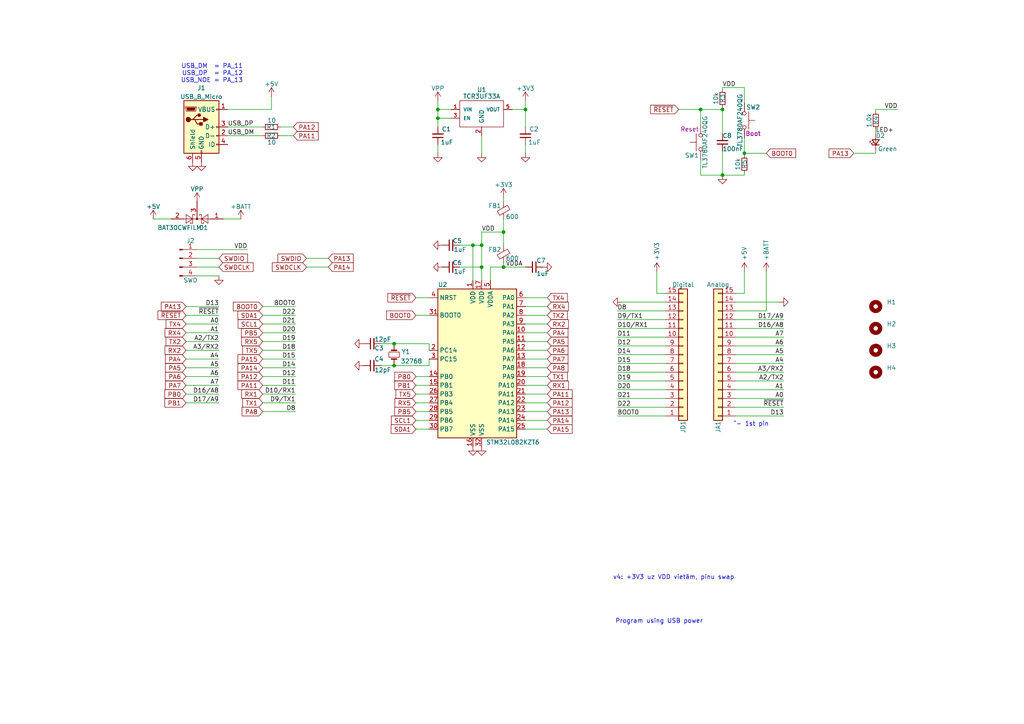
<source format=kicad_sch>
(kicad_sch (version 20211123) (generator eeschema)
  (paper "A4")
  (lib_symbols
    (symbol "+5V_1" (power) (pin_names (offset 0))
      (property "Value" "+5V_1" (at 0 3.556 0))
      (symbol "+5V_1_1_1"
        (pin power_in line (at 0 0 90) (length 0) hide (name "+5V") (number "1"))
      )
    )
    (symbol "4ms_Power-symbol:GND" (power) (pin_names (offset 0))
      (property "Value" "GND" (at 0 -3.81 0))
      (symbol "GND_1_1"
        (pin power_in line (at 0 0 270) (length 0) hide (name "GND") (number "1"))
      )
    )
    (symbol "Connector:Conn_01x04_Male" (pin_names (offset 1.016) hide)
      (property "Reference" "J" (at 0 5.08 0))
      (property "Value" "Conn_01x04_Male" (at 0 -7.62 0))
      (symbol "Conn_01x04_Male_1_1"
        (pin passive line (at 5.08 2.54 180) (length 3.81) (name "Pin_1") (number "1"))
        (pin passive line (at 5.08 0 180) (length 3.81) (name "Pin_2") (number "2"))
        (pin passive line (at 5.08 -2.54 180) (length 3.81) (name "Pin_3") (number "3"))
        (pin passive line (at 5.08 -5.08 180) (length 3.81) (name "Pin_4") (number "4"))
      )
    )
    (symbol "Connector:USB_B_Micro" (pin_names (offset 1.016))
      (property "Reference" "J" (at -5.08 11.43 0))
      (property "Value" "USB_B_Micro" (at -5.08 8.89 0))
      (symbol "USB_B_Micro_1_1"
        (pin power_out line (at 7.62 5.08 180) (length 2.54) (name "VBUS") (number "1"))
        (pin bidirectional line (at 7.62 -2.54 180) (length 2.54) (name "D-") (number "2"))
        (pin bidirectional line (at 7.62 0 180) (length 2.54) (name "D+") (number "3"))
        (pin passive line (at 7.62 -5.08 180) (length 2.54) (name "ID") (number "4"))
        (pin power_out line (at 0 -10.16 90) (length 2.54) (name "GND") (number "5"))
        (pin passive line (at -2.54 -10.16 90) (length 2.54) (name "Shield") (number "6"))
      )
    )
    (symbol "Connector_Generic:Conn_01x15" (pin_names (offset 1.016) hide)
      (property "Reference" "J" (at 0 20.32 0))
      (property "Value" "Conn_01x15" (at 0 -20.32 0))
      (symbol "Conn_01x15_1_1"
        (pin passive line (at -5.08 17.78 0) (length 3.81) (name "Pin_1") (number "1"))
        (pin passive line (at -5.08 -5.08 0) (length 3.81) (name "Pin_10") (number "10"))
        (pin passive line (at -5.08 -7.62 0) (length 3.81) (name "Pin_11") (number "11"))
        (pin passive line (at -5.08 -10.16 0) (length 3.81) (name "Pin_12") (number "12"))
        (pin passive line (at -5.08 -12.7 0) (length 3.81) (name "Pin_13") (number "13"))
        (pin passive line (at -5.08 -15.24 0) (length 3.81) (name "Pin_14") (number "14"))
        (pin passive line (at -5.08 -17.78 0) (length 3.81) (name "Pin_15") (number "15"))
        (pin passive line (at -5.08 15.24 0) (length 3.81) (name "Pin_2") (number "2"))
        (pin passive line (at -5.08 12.7 0) (length 3.81) (name "Pin_3") (number "3"))
        (pin passive line (at -5.08 10.16 0) (length 3.81) (name "Pin_4") (number "4"))
        (pin passive line (at -5.08 7.62 0) (length 3.81) (name "Pin_5") (number "5"))
        (pin passive line (at -5.08 5.08 0) (length 3.81) (name "Pin_6") (number "6"))
        (pin passive line (at -5.08 2.54 0) (length 3.81) (name "Pin_7") (number "7"))
        (pin passive line (at -5.08 0 0) (length 3.81) (name "Pin_8") (number "8"))
        (pin passive line (at -5.08 -2.54 0) (length 3.81) (name "Pin_9") (number "9"))
      )
    )
    (symbol "Device:C_Small" (pin_numbers hide) (pin_names (offset 0.254) hide)
      (property "Reference" "C" (at 0.254 1.778 0))
      (property "Value" "C_Small" (at 0.254 -2.032 0))
      (symbol "C_Small_1_1"
        (pin passive line (at 0 2.54 270) (length 2.032) (name "~") (number "1"))
        (pin passive line (at 0 -2.54 90) (length 2.032) (name "~") (number "2"))
      )
    )
    (symbol "Device:Crystal_Small" (pin_numbers hide) (pin_names (offset 1.016) hide)
      (property "Reference" "Y" (at 0 2.54 0))
      (property "Value" "Crystal_Small" (at 0 -2.54 0))
      (symbol "Crystal_Small_1_1"
        (pin passive line (at -2.54 0 0) (length 1.27) (name "1") (number "1"))
        (pin passive line (at 2.54 0 180) (length 1.27) (name "2") (number "2"))
      )
    )
    (symbol "Device:R_Small" (pin_numbers hide) (pin_names (offset 0.254) hide)
      (property "Reference" "R" (at 0.762 0.508 0))
      (property "Value" "R_Small" (at 0.762 -1.016 0))
      (symbol "R_Small_1_1"
        (pin passive line (at 0 2.54 270) (length 0.762) (name "~") (number "1"))
        (pin passive line (at 0 -2.54 90) (length 0.762) (name "~") (number "2"))
      )
    )
    (symbol "Diode:BAT54CW" (pin_names (offset 1.016))
      (property "Reference" "D" (at 0.635 -3.81 0))
      (property "Value" "BAT54CW" (at -6.35 3.175 0))
      (symbol "BAT54CW_1_1"
        (pin passive line (at -7.62 0 0) (length 3.81) (name "~") (number "1"))
        (pin passive line (at 7.62 0 180) (length 3.81) (name "~") (number "2"))
        (pin passive line (at 0 -5.08 90) (length 5.08) (name "~") (number "3"))
      )
    )
    (symbol "MCU_ST_STM32L0:STM32L082KZTx"
      (property "Reference" "U" (at -12.7 21.59 0))
      (property "Value" "STM32L082KZTx" (at 5.08 21.59 0))
      (symbol "STM32L082KZTx_1_1"
        (pin power_in line (at -2.54 22.86 270) (length 2.54) (name "VDD") (number "1"))
        (pin bidirectional line (at 12.7 7.62 180) (length 2.54) (name "PA4") (number "10"))
        (pin bidirectional line (at 12.7 5.08 180) (length 2.54) (name "PA5") (number "11"))
        (pin bidirectional line (at 12.7 2.54 180) (length 2.54) (name "PA6") (number "12"))
        (pin bidirectional line (at 12.7 0 180) (length 2.54) (name "PA7") (number "13"))
        (pin bidirectional line (at -15.24 -5.08 0) (length 2.54) (name "PB0") (number "14"))
        (pin bidirectional line (at -15.24 -7.62 0) (length 2.54) (name "PB1") (number "15"))
        (pin power_in line (at -2.54 -25.4 90) (length 2.54) (name "VSS") (number "16"))
        (pin power_in line (at 0 22.86 270) (length 2.54) (name "VDD") (number "17"))
        (pin bidirectional line (at 12.7 -2.54 180) (length 2.54) (name "PA8") (number "18"))
        (pin bidirectional line (at 12.7 -5.08 180) (length 2.54) (name "PA9") (number "19"))
        (pin bidirectional line (at -15.24 2.54 0) (length 2.54) (name "PC14") (number "2"))
        (pin bidirectional line (at 12.7 -7.62 180) (length 2.54) (name "PA10") (number "20"))
        (pin bidirectional line (at 12.7 -10.16 180) (length 2.54) (name "PA11") (number "21"))
        (pin bidirectional line (at 12.7 -12.7 180) (length 2.54) (name "PA12") (number "22"))
        (pin bidirectional line (at 12.7 -15.24 180) (length 2.54) (name "PA13") (number "23"))
        (pin bidirectional line (at 12.7 -17.78 180) (length 2.54) (name "PA14") (number "24"))
        (pin bidirectional line (at 12.7 -20.32 180) (length 2.54) (name "PA15") (number "25"))
        (pin bidirectional line (at -15.24 -10.16 0) (length 2.54) (name "PB3") (number "26"))
        (pin bidirectional line (at -15.24 -12.7 0) (length 2.54) (name "PB4") (number "27"))
        (pin bidirectional line (at -15.24 -15.24 0) (length 2.54) (name "PB5") (number "28"))
        (pin bidirectional line (at -15.24 -17.78 0) (length 2.54) (name "PB6") (number "29"))
        (pin bidirectional line (at -15.24 0 0) (length 2.54) (name "PC15") (number "3"))
        (pin bidirectional line (at -15.24 -20.32 0) (length 2.54) (name "PB7") (number "30"))
        (pin input line (at -15.24 12.7 0) (length 2.54) (name "BOOT0") (number "31"))
        (pin power_in line (at 0 -25.4 90) (length 2.54) (name "VSS") (number "32"))
        (pin input line (at -15.24 17.78 0) (length 2.54) (name "NRST") (number "4"))
        (pin power_in line (at 2.54 22.86 270) (length 2.54) (name "VDDA") (number "5"))
        (pin bidirectional line (at 12.7 17.78 180) (length 2.54) (name "PA0") (number "6"))
        (pin bidirectional line (at 12.7 15.24 180) (length 2.54) (name "PA1") (number "7"))
        (pin bidirectional line (at 12.7 12.7 180) (length 2.54) (name "PA2") (number "8"))
        (pin bidirectional line (at 12.7 10.16 180) (length 2.54) (name "PA3") (number "9"))
      )
    )
    (symbol "Mechanical:MountingHole" (pin_names (offset 1.016))
      (property "Reference" "H" (at 0 5.08 0))
      (property "Value" "MountingHole" (at 0 3.175 0))
    )
    (symbol "Switch:SW_Push" (pin_numbers hide) (pin_names (offset 1.016) hide)
      (property "Reference" "SW" (at 1.27 2.54 0))
      (property "Value" "SW_Push" (at 0 -1.524 0))
      (symbol "SW_Push_0_1"
        (pin passive line (at -5.08 0 0) (length 2.54) (name "1") (number "1"))
        (pin passive line (at 5.08 0 180) (length 2.54) (name "2") (number "2"))
      )
    )
    (symbol "device_KC5:Ferrite_Bead_Small" (pin_numbers hide) (pin_names (offset 0))
      (property "Reference" "FB" (at 1.905 1.27 0))
      (property "Value" "Ferrite_Bead_Small" (at 1.905 -1.27 0))
      (symbol "Ferrite_Bead_Small_1_1"
        (pin passive line (at 0 2.54 270) (length 1.27) (name "~") (number "1"))
        (pin passive line (at 0 -2.54 90) (length 1.27) (name "~") (number "2"))
      )
    )
    (symbol "device_KC5:LED_Small" (pin_numbers hide) (pin_names (offset 0.254) hide)
      (property "Reference" "D" (at -1.27 3.175 0))
      (property "Value" "LED_Small" (at -4.445 -2.54 0))
      (symbol "LED_Small_1_1"
        (pin passive line (at -2.54 0 0) (length 1.778) (name "K") (number "1"))
        (pin passive line (at 2.54 0 180) (length 1.778) (name "A") (number "2"))
      )
    )
    (symbol "gg_Power:TCR3UF33A" (pin_names (offset 1.016))
      (property "Reference" "U1" (at 0 6.985 0))
      (property "Value" "TCR3UF33A" (at 0 5.08 0))
      (symbol "TCR3UF33A_0_0"
        (pin input line (at -8.89 1.27 0) (length 2.54) (name "VIN") (number "1"))
        (pin input line (at -8.89 -1.27 0) (length 2.54) (name "EN") (number "3"))
        (pin no_connect line (at 8.89 -1.27 180) (length 2.54) hide (name "X") (number "4"))
        (pin output line (at 8.89 1.27 180) (length 2.54) (name "VOUT") (number "5"))
      )
      (symbol "TCR3UF33A_1_1"
        (pin power_out line (at 0 -6.35 90) (length 2.54) (name "GND") (number "2"))
      )
    )
    (symbol "power:+3V3" (power) (pin_names (offset 0))
      (property "Value" "+3V3" (at 0 3.556 0))
      (symbol "+3V3_1_1"
        (pin power_in line (at 0 0 90) (length 0) hide (name "+3V3") (number "1"))
      )
    )
    (symbol "power:+5V" (power) (pin_names (offset 0))
      (property "Value" "+5V" (at 0 3.556 0))
      (symbol "+5V_1_1"
        (pin power_in line (at 0 0 90) (length 0) hide (name "+5V") (number "1"))
      )
    )
    (symbol "power:+BATT" (power) (pin_names (offset 0))
      (property "Value" "+BATT" (at 0 3.556 0))
      (symbol "+BATT_1_1"
        (pin power_in line (at 0 0 90) (length 0) hide (name "+BATT") (number "1"))
      )
    )
    (symbol "power:GND" (power) (pin_names (offset 0))
      (property "Value" "GND" (at 0 -3.81 0))
      (symbol "GND_1_1"
        (pin power_in line (at 0 0 270) (length 0) hide (name "GND") (number "1"))
      )
    )
    (symbol "power:VPP" (power) (pin_names (offset 0))
      (property "Value" "VPP" (at 0 3.81 0))
      (symbol "VPP_1_1"
        (pin power_in line (at 0 0 90) (length 0) hide (name "VPP") (number "1"))
      )
    )
  )
  (junction (at 146.05 67.31))
  (junction (at 114.3 99.695))
  (junction (at 215.9 44.45))
  (junction (at 139.7 77.47))
  (junction (at 127 34.29))
  (junction (at 209.55 31.75))
  (junction (at 146.05 77.47))
  (junction (at 137.16 71.12))
  (junction (at 127 31.75))
  (junction (at 114.3 106.045))
  (junction (at 139.7 71.12))
  (junction (at 152.4 31.75))
  (junction (at 209.55 50.8))
  (junction (at 203.2 31.75))
  (wire (pts (xy 66.04 36.83) (xy 76.2 36.83)))
  (wire (pts (xy 63.5 106.68) (xy 53.975 106.68)))
  (wire (pts (xy 158.75 111.76) (xy 152.4 111.76)))
  (wire (pts (xy 63.5 109.22) (xy 53.975 109.22)))
  (wire (pts (xy 193.04 92.71) (xy 179.07 92.71)))
  (wire (pts (xy 209.55 25.4) (xy 209.55 26.035)))
  (wire (pts (xy 63.5 101.6) (xy 53.975 101.6)))
  (wire (pts (xy 215.9 25.4) (xy 215.9 29.845)))
  (wire (pts (xy 254 37.465) (xy 254 38.735)))
  (wire (pts (xy 158.75 106.68) (xy 152.4 106.68)))
  (wire (pts (xy 139.7 77.47) (xy 139.7 81.28)))
  (wire (pts (xy 209.55 50.8) (xy 215.9 50.8)))
  (wire (pts (xy 133.35 71.12) (xy 137.16 71.12)))
  (wire (pts (xy 193.04 107.95) (xy 179.07 107.95)))
  (wire (pts (xy 215.9 44.45) (xy 222.25 44.45)))
  (wire (pts (xy 152.4 41.91) (xy 152.4 44.45)))
  (wire (pts (xy 120.65 111.76) (xy 124.46 111.76)))
  (wire (pts (xy 158.75 96.52) (xy 152.4 96.52)))
  (wire (pts (xy 158.75 88.9) (xy 152.4 88.9)))
  (wire (pts (xy 76.2 119.38) (xy 85.725 119.38)))
  (wire (pts (xy 209.55 31.75) (xy 209.55 38.735)))
  (wire (pts (xy 152.4 31.75) (xy 152.4 36.83)))
  (wire (pts (xy 63.5 93.98) (xy 53.975 93.98)))
  (wire (pts (xy 146.05 76.2) (xy 146.05 77.47)))
  (wire (pts (xy 76.2 106.68) (xy 85.725 106.68)))
  (wire (pts (xy 227.33 113.03) (xy 213.36 113.03)))
  (wire (pts (xy 57.15 72.39) (xy 71.755 72.39)))
  (wire (pts (xy 247.65 44.45) (xy 254 44.45)))
  (wire (pts (xy 124.46 99.695) (xy 124.46 101.6)))
  (wire (pts (xy 158.75 116.84) (xy 152.4 116.84)))
  (wire (pts (xy 76.2 93.98) (xy 85.725 93.98)))
  (wire (pts (xy 196.85 31.75) (xy 203.2 31.75)))
  (wire (pts (xy 57.15 80.01) (xy 63.5 80.01)))
  (wire (pts (xy 76.2 111.76) (xy 85.725 111.76)))
  (wire (pts (xy 57.15 77.47) (xy 63.5 77.47)))
  (wire (pts (xy 142.24 77.47) (xy 142.24 81.28)))
  (wire (pts (xy 213.36 85.09) (xy 215.9 85.09)))
  (wire (pts (xy 227.33 110.49) (xy 213.36 110.49)))
  (wire (pts (xy 124.46 104.14) (xy 124.46 106.045)))
  (wire (pts (xy 193.04 102.87) (xy 179.07 102.87)))
  (wire (pts (xy 146.05 77.47) (xy 152.4 77.47)))
  (wire (pts (xy 158.75 109.22) (xy 152.4 109.22)))
  (wire (pts (xy 120.65 109.22) (xy 124.46 109.22)))
  (wire (pts (xy 110.49 106.045) (xy 114.3 106.045)))
  (wire (pts (xy 127 31.75) (xy 127 34.29)))
  (wire (pts (xy 193.04 110.49) (xy 179.07 110.49)))
  (wire (pts (xy 120.65 119.38) (xy 124.46 119.38)))
  (wire (pts (xy 120.65 124.46) (xy 124.46 124.46)))
  (wire (pts (xy 227.33 118.11) (xy 213.36 118.11)))
  (wire (pts (xy 139.7 71.12) (xy 139.7 67.31)))
  (wire (pts (xy 44.45 63.5) (xy 49.53 63.5)))
  (wire (pts (xy 146.05 63.5) (xy 146.05 67.31)))
  (wire (pts (xy 193.04 100.33) (xy 179.07 100.33)))
  (wire (pts (xy 137.16 81.28) (xy 137.16 71.12)))
  (wire (pts (xy 227.33 97.79) (xy 213.36 97.79)))
  (wire (pts (xy 76.2 96.52) (xy 85.725 96.52)))
  (wire (pts (xy 158.75 99.06) (xy 152.4 99.06)))
  (wire (pts (xy 137.16 71.12) (xy 139.7 71.12)))
  (wire (pts (xy 76.2 109.22) (xy 85.725 109.22)))
  (wire (pts (xy 63.5 96.52) (xy 53.975 96.52)))
  (wire (pts (xy 158.75 121.92) (xy 152.4 121.92)))
  (wire (pts (xy 139.7 71.12) (xy 139.7 77.47)))
  (wire (pts (xy 133.35 77.47) (xy 139.7 77.47)))
  (wire (pts (xy 64.77 63.5) (xy 69.85 63.5)))
  (wire (pts (xy 254 43.815) (xy 254 44.45)))
  (wire (pts (xy 179.07 120.65) (xy 193.04 120.65)))
  (wire (pts (xy 81.28 39.37) (xy 85.09 39.37)))
  (wire (pts (xy 127 44.45) (xy 127 41.91)))
  (wire (pts (xy 63.5 99.06) (xy 53.975 99.06)))
  (wire (pts (xy 120.65 114.3) (xy 124.46 114.3)))
  (wire (pts (xy 227.33 95.25) (xy 213.36 95.25)))
  (wire (pts (xy 215.9 78.74) (xy 215.9 85.09)))
  (wire (pts (xy 146.05 57.15) (xy 146.05 58.42)))
  (wire (pts (xy 158.75 104.14) (xy 152.4 104.14)))
  (wire (pts (xy 222.25 78.74) (xy 222.25 90.17)))
  (wire (pts (xy 76.2 101.6) (xy 85.725 101.6)))
  (wire (pts (xy 120.65 86.36) (xy 124.46 86.36)))
  (wire (pts (xy 158.75 114.3) (xy 152.4 114.3)))
  (wire (pts (xy 158.75 119.38) (xy 152.4 119.38)))
  (wire (pts (xy 114.3 99.695) (xy 114.3 100.33)))
  (wire (pts (xy 193.04 113.03) (xy 179.07 113.03)))
  (wire (pts (xy 63.5 116.84) (xy 53.975 116.84)))
  (wire (pts (xy 254 31.75) (xy 254 32.385)))
  (wire (pts (xy 63.5 111.76) (xy 53.975 111.76)))
  (wire (pts (xy 227.33 115.57) (xy 213.36 115.57)))
  (wire (pts (xy 227.33 120.65) (xy 213.36 120.65)))
  (wire (pts (xy 260.35 31.75) (xy 254 31.75)))
  (wire (pts (xy 190.5 78.74) (xy 190.5 85.09)))
  (wire (pts (xy 213.36 87.63) (xy 226.06 87.63)))
  (wire (pts (xy 88.9 77.47) (xy 95.25 77.47)))
  (wire (pts (xy 203.2 31.75) (xy 209.55 31.75)))
  (wire (pts (xy 76.2 99.06) (xy 85.725 99.06)))
  (wire (pts (xy 76.2 114.3) (xy 85.725 114.3)))
  (wire (pts (xy 85.725 91.44) (xy 76.2 91.44)))
  (wire (pts (xy 193.04 105.41) (xy 179.07 105.41)))
  (wire (pts (xy 76.2 116.84) (xy 85.725 116.84)))
  (wire (pts (xy 193.04 85.09) (xy 190.5 85.09)))
  (wire (pts (xy 158.75 91.44) (xy 152.4 91.44)))
  (wire (pts (xy 142.24 77.47) (xy 146.05 77.47)))
  (wire (pts (xy 120.65 116.84) (xy 124.46 116.84)))
  (wire (pts (xy 66.04 39.37) (xy 76.2 39.37)))
  (wire (pts (xy 63.5 88.9) (xy 53.975 88.9)))
  (wire (pts (xy 193.04 97.79) (xy 179.07 97.79)))
  (wire (pts (xy 127 34.29) (xy 127 36.83)))
  (wire (pts (xy 63.5 104.14) (xy 53.975 104.14)))
  (wire (pts (xy 222.25 90.17) (xy 213.36 90.17)))
  (wire (pts (xy 227.33 92.71) (xy 213.36 92.71)))
  (wire (pts (xy 120.65 121.92) (xy 124.46 121.92)))
  (wire (pts (xy 85.725 88.9) (xy 76.2 88.9)))
  (wire (pts (xy 63.5 91.44) (xy 53.975 91.44)))
  (wire (pts (xy 130.81 34.29) (xy 127 34.29)))
  (wire (pts (xy 127 31.75) (xy 130.81 31.75)))
  (wire (pts (xy 227.33 102.87) (xy 213.36 102.87)))
  (wire (pts (xy 158.75 101.6) (xy 152.4 101.6)))
  (wire (pts (xy 203.2 31.75) (xy 203.2 36.195)))
  (wire (pts (xy 66.04 31.75) (xy 78.74 31.75)))
  (wire (pts (xy 227.33 107.95) (xy 213.36 107.95)))
  (wire (pts (xy 209.55 25.4) (xy 215.9 25.4)))
  (wire (pts (xy 215.9 40.005) (xy 215.9 44.45)))
  (wire (pts (xy 227.33 100.33) (xy 213.36 100.33)))
  (wire (pts (xy 158.75 86.36) (xy 152.4 86.36)))
  (wire (pts (xy 146.05 67.31) (xy 146.05 71.12)))
  (wire (pts (xy 209.55 43.815) (xy 209.55 50.8)))
  (wire (pts (xy 193.04 87.63) (xy 180.34 87.63)))
  (wire (pts (xy 120.65 91.44) (xy 124.46 91.44)))
  (wire (pts (xy 152.4 29.21) (xy 152.4 31.75)))
  (wire (pts (xy 193.04 95.25) (xy 179.07 95.25)))
  (wire (pts (xy 57.15 74.93) (xy 63.5 74.93)))
  (wire (pts (xy 203.2 50.8) (xy 209.55 50.8)))
  (wire (pts (xy 114.3 106.045) (xy 124.46 106.045)))
  (wire (pts (xy 148.59 31.75) (xy 152.4 31.75)))
  (wire (pts (xy 139.7 67.31) (xy 146.05 67.31)))
  (wire (pts (xy 215.9 44.45) (xy 215.9 45.085)))
  (wire (pts (xy 215.9 50.165) (xy 215.9 50.8)))
  (wire (pts (xy 227.33 105.41) (xy 213.36 105.41)))
  (wire (pts (xy 78.74 27.94) (xy 78.74 31.75)))
  (wire (pts (xy 203.2 46.355) (xy 203.2 50.8)))
  (wire (pts (xy 193.04 90.17) (xy 179.07 90.17)))
  (wire (pts (xy 88.9 74.93) (xy 95.25 74.93)))
  (wire (pts (xy 158.75 124.46) (xy 152.4 124.46)))
  (wire (pts (xy 158.75 93.98) (xy 152.4 93.98)))
  (wire (pts (xy 114.3 99.695) (xy 124.46 99.695)))
  (wire (pts (xy 81.28 36.83) (xy 85.09 36.83)))
  (wire (pts (xy 76.2 104.14) (xy 85.725 104.14)))
  (wire (pts (xy 63.5 114.3) (xy 53.975 114.3)))
  (wire (pts (xy 193.04 115.57) (xy 179.07 115.57)))
  (wire (pts (xy 209.55 31.115) (xy 209.55 31.75)))
  (wire (pts (xy 139.7 44.45) (xy 139.7 39.37)))
  (wire (pts (xy 127 29.21) (xy 127 31.75)))
  (wire (pts (xy 114.3 105.41) (xy 114.3 106.045)))
  (wire (pts (xy 110.49 99.695) (xy 114.3 99.695)))
  (wire (pts (xy 179.07 118.11) (xy 193.04 118.11)))
  (text "USB_DM  = PA_11\nUSB_DP  = PA_12\nUSB_NOE = PA_13" (at 70.485 24.13 180) (effects (font (size 1.27 1.27)) (justify right bottom)))
  (text "v4: +3V3 uz VDD vietām, pinu swap" (at 177.8 168.275 0) (effects (font (size 1.27 1.27)) (justify left bottom)))
  (text "Program using USB power" (at 178.435 180.975 0) (effects (font (size 1.27 1.27)) (justify left bottom)))
  (text "^- 1st pin" (at 212.725 123.825 0) (effects (font (size 1.27 1.27)) (justify left bottom)))
  (label "D13" (at 63.5 88.9 180))
  (label "A4" (at 63.5 104.14 180))
  (label "VDD" (at 260.35 31.75 180))
  (label "A2{slash}TX2" (at 227.33 110.49 180))
  (label "D17{slash}A9" (at 227.33 92.71 180))
  (label "BOOT0" (at 179.07 120.65 0))
  (label "BOOT0" (at 85.725 88.9 180))
  (label "A6" (at 63.5 109.22 180))
  (label "D9{slash}TX1" (at 85.725 116.84 180))
  (label "D20" (at 179.07 113.03 0))
  (label "~{RESET}" (at 63.5 91.44 180))
  (label "D13" (at 227.33 120.65 180))
  (label "D14" (at 85.725 106.68 180))
  (label "A6" (at 227.33 100.33 180))
  (label "D8" (at 85.725 119.38 180))
  (label "D12" (at 85.725 109.22 180))
  (label "A1" (at 227.33 113.03 180))
  (label "D19" (at 179.07 110.49 0))
  (label "USB_DM" (at 66.04 39.37 0))
  (label "D9{slash}TX1" (at 179.07 92.71 0))
  (label "A7" (at 63.5 111.76 180))
  (label "D10{slash}RX1" (at 85.725 114.3 180))
  (label "D16{slash}A8" (at 227.33 95.25 180))
  (label "D22" (at 179.07 118.11 0))
  (label "D18" (at 85.725 101.6 180))
  (label "D12" (at 179.07 100.33 0))
  (label "D11" (at 85.725 111.76 180))
  (label "A3{slash}RX2" (at 227.33 107.95 180))
  (label "D11" (at 179.07 97.79 0))
  (label "D22" (at 85.725 91.44 180))
  (label "LED+" (at 254 38.735 0))
  (label "D15" (at 85.725 104.14 180))
  (label "A0" (at 227.33 115.57 180))
  (label "A7" (at 227.33 97.79 180))
  (label "A3{slash}RX2" (at 63.5 101.6 180))
  (label "USB_DP" (at 66.04 36.83 0))
  (label "A5" (at 227.33 102.87 180))
  (label "~{RESET}" (at 227.33 118.11 180))
  (label "VDD" (at 139.7 67.31 0))
  (label "VDD" (at 71.755 72.39 180))
  (label "VDDA" (at 146.685 77.47 0))
  (label "D21" (at 85.725 93.98 180))
  (label "A2{slash}TX2" (at 63.5 99.06 180))
  (label "VDD" (at 209.55 25.4 0))
  (label "D15" (at 179.07 105.41 0))
  (label "D14" (at 179.07 102.87 0))
  (label "D8" (at 179.07 90.17 0))
  (label "A0" (at 63.5 93.98 180))
  (label "D16{slash}A8" (at 63.5 114.3 180))
  (label "A4" (at 227.33 105.41 180))
  (label "D18" (at 179.07 107.95 0))
  (label "D10{slash}RX1" (at 179.07 95.25 0))
  (label "D19" (at 85.725 99.06 180))
  (label "D17{slash}A9" (at 63.5 116.84 180))
  (label "D21" (at 179.07 115.57 0))
  (label "A1" (at 63.5 96.52 180))
  (label "D20" (at 85.725 96.52 180))
  (label "A5" (at 63.5 106.68 180))
  (global_label "TX5" (shape input) (at 120.65 114.3 180) (property "Intersheet References" "${INTERSHEET_REFS}" (effects hide)))
  (global_label "PA4" (shape input) (at 158.75 96.52 0) (property "Intersheet References" "${INTERSHEET_REFS}" (effects hide)))
  (global_label "PA11" (shape input) (at 158.75 114.3 0) (property "Intersheet References" "${INTERSHEET_REFS}" (effects hide)))
  (global_label "SCL1" (shape input) (at 120.65 121.92 180) (property "Intersheet References" "${INTERSHEET_REFS}" (effects hide)))
  (global_label "RX1" (shape input) (at 76.2 114.3 180) (property "Intersheet References" "${INTERSHEET_REFS}" (effects hide)))
  (global_label "RX5" (shape input) (at 120.65 116.84 180) (property "Intersheet References" "${INTERSHEET_REFS}" (effects hide)))
  (global_label "PA7" (shape input) (at 158.75 104.14 0) (property "Intersheet References" "${INTERSHEET_REFS}" (effects hide)))
  (global_label "SWDCLK" (shape input) (at 63.5 77.47 0) (property "Intersheet References" "${INTERSHEET_REFS}" (effects hide)))
  (global_label "RX4" (shape input) (at 53.975 96.52 180) (property "Intersheet References" "${INTERSHEET_REFS}" (effects hide)))
  (global_label "SWDCLK" (shape input) (at 88.9 77.47 180) (property "Intersheet References" "${INTERSHEET_REFS}" (effects hide)))
  (global_label "PA15" (shape input) (at 76.2 104.14 180) (property "Intersheet References" "${INTERSHEET_REFS}" (effects hide)))
  (global_label "SCL1" (shape input) (at 76.2 93.98 180) (property "Intersheet References" "${INTERSHEET_REFS}" (effects hide)))
  (global_label "PA4" (shape input) (at 53.975 104.14 180) (property "Intersheet References" "${INTERSHEET_REFS}" (effects hide)))
  (global_label "PB0" (shape input) (at 120.65 109.22 180) (property "Intersheet References" "${INTERSHEET_REFS}" (effects hide)))
  (global_label "PA11" (shape input) (at 76.2 111.76 180) (property "Intersheet References" "${INTERSHEET_REFS}" (effects hide)))
  (global_label "PA6" (shape input) (at 158.75 101.6 0) (property "Intersheet References" "${INTERSHEET_REFS}" (effects hide)))
  (global_label "TX4" (shape input) (at 158.75 86.36 0) (property "Intersheet References" "${INTERSHEET_REFS}" (effects hide)))
  (global_label "PA14" (shape input) (at 76.2 106.68 180) (property "Intersheet References" "${INTERSHEET_REFS}" (effects hide)))
  (global_label "PA13" (shape input) (at 158.75 119.38 0) (property "Intersheet References" "${INTERSHEET_REFS}" (effects hide)))
  (global_label "SWDIO" (shape input) (at 63.5 74.93 0) (property "Intersheet References" "${INTERSHEET_REFS}" (effects hide)))
  (global_label "PA13" (shape input) (at 53.975 88.9 180) (property "Intersheet References" "${INTERSHEET_REFS}" (effects hide)))
  (global_label "PB1" (shape input) (at 120.65 111.76 180) (property "Intersheet References" "${INTERSHEET_REFS}" (effects hide)))
  (global_label "PA7" (shape input) (at 53.975 111.76 180) (property "Intersheet References" "${INTERSHEET_REFS}" (effects hide)))
  (global_label "PA14" (shape input) (at 95.25 77.47 0) (property "Intersheet References" "${INTERSHEET_REFS}" (effects hide)))
  (global_label "RX5" (shape input) (at 76.2 99.06 180) (property "Intersheet References" "${INTERSHEET_REFS}" (effects hide)))
  (global_label "RX1" (shape input) (at 158.75 111.76 0) (property "Intersheet References" "${INTERSHEET_REFS}" (effects hide)))
  (global_label "TX1" (shape input) (at 158.75 109.22 0) (property "Intersheet References" "${INTERSHEET_REFS}" (effects hide)))
  (global_label "PB1" (shape input) (at 53.975 116.84 180) (property "Intersheet References" "${INTERSHEET_REFS}" (effects hide)))
  (global_label "PA11" (shape input) (at 85.09 39.37 0) (property "Intersheet References" "${INTERSHEET_REFS}" (effects hide)))
  (global_label "PA6" (shape input) (at 53.975 109.22 180) (property "Intersheet References" "${INTERSHEET_REFS}" (effects hide)))
  (global_label "TX2" (shape input) (at 158.75 91.44 0) (property "Intersheet References" "${INTERSHEET_REFS}" (effects hide)))
  (global_label "PA12" (shape input) (at 76.2 109.22 180) (property "Intersheet References" "${INTERSHEET_REFS}" (effects hide)))
  (global_label "PB5" (shape input) (at 76.2 96.52 180) (property "Intersheet References" "${INTERSHEET_REFS}" (effects hide)))
  (global_label "PA8" (shape input) (at 76.2 119.38 180) (property "Intersheet References" "${INTERSHEET_REFS}" (effects hide)))
  (global_label "TX2" (shape input) (at 53.975 99.06 180) (property "Intersheet References" "${INTERSHEET_REFS}" (effects hide)))
  (global_label "PA8" (shape input) (at 158.75 106.68 0) (property "Intersheet References" "${INTERSHEET_REFS}" (effects hide)))
  (global_label "PA12" (shape input) (at 85.09 36.83 0) (property "Intersheet References" "${INTERSHEET_REFS}" (effects hide)))
  (global_label "SDA1" (shape input) (at 120.65 124.46 180) (property "Intersheet References" "${INTERSHEET_REFS}" (effects hide)))
  (global_label "RX2" (shape input) (at 158.75 93.98 0) (property "Intersheet References" "${INTERSHEET_REFS}" (effects hide)))
  (global_label "~{RESET}" (shape input) (at 53.975 91.44 180) (property "Intersheet References" "${INTERSHEET_REFS}" (effects hide)))
  (global_label "PA13" (shape input) (at 95.25 74.93 0) (property "Intersheet References" "${INTERSHEET_REFS}" (effects hide)))
  (global_label "PA5" (shape input) (at 158.75 99.06 0) (property "Intersheet References" "${INTERSHEET_REFS}" (effects hide)))
  (global_label "PA13" (shape input) (at 247.65 44.45 180) (property "Intersheet References" "${INTERSHEET_REFS}" (effects hide)))
  (global_label "RX4" (shape input) (at 158.75 88.9 0) (property "Intersheet References" "${INTERSHEET_REFS}" (effects hide)))
  (global_label "SDA1" (shape input) (at 76.2 91.44 180) (property "Intersheet References" "${INTERSHEET_REFS}" (effects hide)))
  (global_label "TX1" (shape input) (at 76.2 116.84 180) (property "Intersheet References" "${INTERSHEET_REFS}" (effects hide)))
  (global_label "TX5" (shape input) (at 76.2 101.6 180) (property "Intersheet References" "${INTERSHEET_REFS}" (effects hide)))
  (global_label "TX4" (shape input) (at 53.975 93.98 180) (property "Intersheet References" "${INTERSHEET_REFS}" (effects hide)))
  (global_label "PB5" (shape input) (at 120.65 119.38 180) (property "Intersheet References" "${INTERSHEET_REFS}" (effects hide)))
  (global_label "BOOT0" (shape input) (at 76.2 88.9 180) (property "Intersheet References" "${INTERSHEET_REFS}" (effects hide)))
  (global_label "PA15" (shape input) (at 158.75 124.46 0) (property "Intersheet References" "${INTERSHEET_REFS}" (effects hide)))
  (global_label "BOOT0" (shape input) (at 222.25 44.45 0) (property "Intersheet References" "${INTERSHEET_REFS}" (effects hide)))
  (global_label "BOOT0" (shape input) (at 120.65 91.44 180) (property "Intersheet References" "${INTERSHEET_REFS}" (effects hide)))
  (global_label "RX2" (shape input) (at 53.975 101.6 180) (property "Intersheet References" "${INTERSHEET_REFS}" (effects hide)))
  (global_label "PA14" (shape input) (at 158.75 121.92 0) (property "Intersheet References" "${INTERSHEET_REFS}" (effects hide)))
  (global_label "SWDIO" (shape input) (at 88.9 74.93 180) (property "Intersheet References" "${INTERSHEET_REFS}" (effects hide)))
  (global_label "~{RESET}" (shape input) (at 120.65 86.36 180) (property "Intersheet References" "${INTERSHEET_REFS}" (effects hide)))
  (global_label "PB0" (shape input) (at 53.975 114.3 180) (property "Intersheet References" "${INTERSHEET_REFS}" (effects hide)))
  (global_label "PA5" (shape input) (at 53.975 106.68 180) (property "Intersheet References" "${INTERSHEET_REFS}" (effects hide)))
  (global_label "~{RESET}" (shape input) (at 196.85 31.75 180) (property "Intersheet References" "${INTERSHEET_REFS}" (effects hide)))
  (global_label "PA12" (shape input) (at 158.75 116.84 0) (property "Intersheet References" "${INTERSHEET_REFS}" (effects hide)))
  (symbol (lib_id "MCU_ST_STM32L0:STM32L082KZTx") (at 139.7 104.14 0) (unit 1)
    (property "Reference" "U2" (at 127 82.55 0) (effects (justify left)))
    (property "Value" "STM32L082KZT6" (at 140.97 128.27 0) (effects (justify left)))
    (property "Footprint" "Package_QFP:LQFP-32_7x7mm_P0.8mm" (effects hide))
    (property "Datasheet" "http://www.st.com/st-web-ui/static/active/en/resource/technical/document/datasheet/DM00141132.pdf" (effects hide))
    (property "Link" "https://www.digikey.lv/en/products/detail/stmicroelectronics/STM32L082KZT6/9958483?s=N4IgTCBcDaIMoBUCyBmMAZADADjAaQC0EA2EAXQF8g" (effects hide))
    (property "MANUFACTURER" "STMicroelectronics" (effects hide))
    (property "MPN" "STM32L082KZT6" (effects hide))
    (property "Description" "IC MCU 32BIT 192KB FLASH 32LQFP" (effects hide))
  )
  (symbol (lib_name "+5V_1") (lib_id "power:+5V") (at 44.45 63.5 0) (unit 1)
    (property "Reference" "#PWR03" (effects hide))
    (property "Value" "+5V" (at 44.45 59.9242 0))
  )
  (symbol (lib_id "Device:C_Small") (at 127 39.37 0) (mirror x) (unit 1)
    (property "Reference" "C1" (at 130.81 37.465 0) (effects (justify right)))
    (property "Value" "1uF" (at 131.445 41.275 0) (effects (justify right)))
    (property "Footprint" "Capacitor_SMD:C_0402_1005Metric" (effects hide))
    (property "Datasheet" "https://mm.digikey.com/Volume0/opasdata/d220001/medias/docus/43/CL05X105KQ5NNNC_Spec.pdf" (effects hide))
    (property "MANUFACTURER" "Samsung Electro-Mechanics" (effects hide))
    (property "MPN" "CL05X105KQ5NNNC" (effects hide))
    (property "Description" "1 µF ±10% 6.3V Ceramic Capacitor X6S 0402 (1005 Metric)" (effects hide))
    (property "Link" "https://www.digikey.lv/en/products/detail/samsung-electro-mechanics/CL05X105KQ5NNNC/3887412?s=N4IgTCBcDaIMIBkAMBWAGgRlQaQIooDki4QBdAXyA" (effects hide))
  )
  (symbol (lib_id "Mechanical:MountingHole") (at 254 101.6 270) (unit 1)
    (property "Reference" "H3" (at 257.175 100.33 90) (effects (justify left)))
    (property "Value" "MountingHole_2.7mm_M2.5_DIN965_Pad" (effects hide))
    (property "Footprint" "gg_Packages:MountingHole_1.7mm" (effects hide))
  )
  (symbol (lib_id "Device:R_Small") (at 78.74 39.37 90) (mirror x) (unit 1)
    (property "Reference" "R2" (at 80.01 39.37 90) (effects (justify left)))
    (property "Value" "10" (at 77.47 41.275 90) (effects (justify right)))
    (property "Footprint" "Resistor_SMD:R_0402_1005Metric" (effects hide))
    (property "Datasheet" "https://download.datasheets.com/pdfs/2018/12/14/19/32/22/975901/cyn_/manual/cynts00024-1.pdf" (effects hide))
    (property "Description" "10 Ohms ±1% 0.063W, 1/16W Chip Resistor 0402 Thick Film" (effects hide))
    (property "Link" "https://www.digikey.lv/en/products/detail/delta-electronics-cyntec/PFR05S-100-FNH/9761528" (effects hide))
    (property "MANUFACTURER" "Delta Electronics/Cyntec" (effects hide))
    (property "MPN" "PFR05S-100-FNH" (effects hide))
  )
  (symbol (lib_id "gg_Power:TCR3UF33A") (at 139.7 33.02 0) (unit 1)
    (property "Reference" "U1" (at 139.7 26.035 0))
    (property "Value" "TCR3UF33A" (at 139.7 27.94 0))
    (property "Footprint" "gg_Packages:SOT-25" (effects hide))
    (property "Datasheet" "https://toshiba.semicon-storage.com/info/TCR3UF33A_datasheet_en_20211028.pdf?did=68764&prodName=TCR3UF33A" (effects hide))
    (property "Description" "0.287V @ 300mA 680nA 70dB -40~+85 SMV, SC-74A. SOT-753, SOT-25" (effects hide))
    (property "MPN" "TCR3UF33A" (effects hide))
    (property "Link" "https://www.digikey.lv/en/products/detail/toshiba-semiconductor-and-storage/TCR3UF33A-LM-CT/13913294?s=N4IgTCBcDaICoGEBKBmAqgMRSggiAugL5A" (effects hide))
    (property "MPN2" "TPS7A0233PDBVR (jaamaina pads!)" (effects hide))
    (property "Description2" "0.31V@200MA 60nA 55dB -40~+125 SOT23-5" (effects hide))
    (property "Link2" "https://www.digikey.lv/en/products/detail/texas-instruments/TPS7A0233PDBVR/12165099" (effects hide))
    (property "MANUFACTURER" "Toshiba Semiconductor and Storage" (effects hide))
    (property "Text" "nočekot padu!!!" (effects hide))
  )
  (symbol (lib_id "4ms_Power-symbol:GND") (at 139.7 129.54 0) (unit 1)
    (property "Reference" "#PWR018" (effects hide))
    (property "Value" "GND" (effects hide))
  )
  (symbol (lib_id "power:+BATT") (at 222.25 78.74 0) (unit 1)
    (property "Reference" "#PWR022" (effects hide))
    (property "Value" "+BATT" (at 222.25 75.565 90) (effects (justify left)))
  )
  (symbol (lib_id "power:+3V3") (at 190.5 78.74 0) (unit 1)
    (property "Reference" "#PWR025" (effects hide))
    (property "Value" "+3V3" (at 190.5 75.565 90) (effects (justify left)))
  )
  (symbol (lib_id "4ms_Power-symbol:GND") (at 105.41 106.045 270) (unit 1)
    (property "Reference" "#PWR014" (effects hide))
    (property "Value" "GND" (effects hide))
  )
  (symbol (lib_id "4ms_Power-symbol:GND") (at 63.5 80.01 0) (unit 1)
    (property "Reference" "#PWR08" (effects hide))
    (property "Value" "GND" (effects hide))
  )
  (symbol (lib_id "Connector_Generic:Conn_01x15") (at 198.12 102.87 0) (mirror x) (unit 1)
    (property "Reference" "JD1" (at 198.12 123.825 90))
    (property "Value" "Digital" (at 198.12 82.55 0))
    (property "Footprint" "Connector_PinHeader_2.54mm:PinHeader_1x15_P2.54mm_Vertical" (effects hide))
    (property "Datasheet" "https://www.te.com/commerce/DocumentDelivery/DDEController?Action=srchrtrv&DocNm=103747&DocType=Customer+Drawing&DocLang=English" (effects hide))
    (property "Description" "Connector Header Through Hole 15 position 0.100\" (2.54mm)" (effects hide))
    (property "Link" "https://www.digikey.lv/en/products/detail/te-connectivity-amp-connectors/4-103747-0-15/683364" (effects hide))
    (property "MANUFACTURER" "TE Connectivity AMP Connectors" (effects hide))
    (property "MPN" "4-103747-0-15" (effects hide))
  )
  (symbol (lib_id "Mechanical:MountingHole") (at 254 107.95 270) (unit 1)
    (property "Reference" "H4" (at 257.175 106.68 90) (effects (justify left)))
    (property "Value" "MountingHole_2.7mm_M2.5_DIN965_Pad" (effects hide))
    (property "Footprint" "gg_Packages:MountingHole_1.7mm" (effects hide))
  )
  (symbol (lib_id "Device:R_Small") (at 254 34.925 0) (mirror y) (unit 1)
    (property "Reference" "R4" (at 254 34.925 90))
    (property "Value" "1.0k" (at 252.095 34.925 90))
    (property "Footprint" "Resistor_SMD:R_0402_1005Metric" (effects hide))
    (property "Datasheet" "https://www.yageo.com/upload/media/product/app/datasheet/rchip/pyu-rc_group_51_rohs_l.pdf" (effects hide))
    (property "Description" "1 kOhms ±1% 0.063W, 1/16W Chip Resistor 0402 Moisture Resistant Thick Film" (effects hide))
    (property "Link" "https://www.digikey.lv/en/products/detail/yageo/RC0402FR-071KL/726513" (effects hide))
    (property "MANUFACTURER" "YAGEO" (effects hide))
    (property "MPN" "RC0402FR-071KL" (effects hide))
  )
  (symbol (lib_id "device_KC5:Ferrite_Bead_Small") (at 146.05 60.96 0) (mirror x) (unit 1)
    (property "Reference" "FB1" (at 143.51 59.69 0))
    (property "Value" "600" (at 148.59 62.865 0))
    (property "Footprint" "Ferrite_SMD_AKL:Ferrite_0603_1608Metric" (effects hide))
    (property "Datasheet" "https://www.bourns.com/docs/Product-Datasheets/mh.pdf" (effects hide))
    (property "MPN" "MH1608-601Y" (effects hide))
    (property "Description" "600Ohms@100MHz Power/Signal Line Ferrite Bead 0603 1A 200mOhm" (effects hide))
    (property "Link" "https://www.digikey.lv/en/products/detail/bourns-inc/MH1608-601Y/2563317" (effects hide))
    (property "MANUFACTURER" "Bourns Inc." (effects hide))
  )
  (symbol (lib_id "Device:R_Small") (at 215.9 47.625 0) (mirror y) (unit 1)
    (property "Reference" "R5" (at 215.9 47.625 90))
    (property "Value" "10k" (at 213.995 47.625 90))
    (property "Footprint" "Resistor_SMD:R_0402_1005Metric" (effects hide))
    (property "Datasheet" "https://www.yageo.com/upload/media/product/productsearch/datasheet/rchip/PYu-RC_Group_51_RoHS_L_12.pdf" (effects hide))
    (property "Description" "10 kOhms ±1% 0.063W, 1/16W Chip Resistor 0402 Moisture Resistant Thick Film" (effects hide))
    (property "Link" "https://www.digikey.lv/en/products/detail/yageo/RC0402FR-0710KL/726523" (effects hide))
    (property "MANUFACTURER" "YAGEO" (effects hide))
    (property "MPN" "RC0402FR-0710KL" (effects hide))
  )
  (symbol (lib_id "Connector:USB_B_Micro") (at 58.42 36.83 0) (unit 1)
    (property "Reference" "J1" (at 58.42 25.5102 0))
    (property "Value" "USB_B_Micro" (at 58.42 28.0471 0))
    (property "Footprint" "gg_Packages:USB_Micro-B_Wuerth_629105150521_CircularHoles_plus" (effects hide))
    (property "Datasheet" "https://www.we-online.com/katalog/datasheet/629105150521.pdf" (effects hide))
    (property "Link" "https://www.digikey.lv/en/products/detail/w%C3%BCrth-elektronik/629105150521/5047751?s=N4IgTCBcDaIOoFcCmAnALgCwAQDYwE4BGABgFZDSyxCQBdAXyA" (effects hide))
    (property "MPN" "629105150521" (effects hide))
    (property "Description" "USB - micro B USB 2.0 Receptacle Connector 5 Position Surface Mount, Right Angle; Through Hole" (effects hide))
    (property "MANUFACTURER" "Würth Elektronik" (effects hide))
  )
  (symbol (lib_id "4ms_Power-symbol:GND") (at 157.48 77.47 90) (unit 1)
    (property "Reference" "#PWR020" (effects hide))
    (property "Value" "GND" (effects hide))
  )
  (symbol (lib_id "Device:R_Small") (at 209.55 28.575 0) (mirror y) (unit 1)
    (property "Reference" "R3" (at 209.55 28.575 90))
    (property "Value" "10k" (at 207.645 28.575 90))
    (property "Footprint" "Resistor_SMD:R_0402_1005Metric" (effects hide))
    (property "Datasheet" "https://www.yageo.com/upload/media/product/productsearch/datasheet/rchip/PYu-RC_Group_51_RoHS_L_12.pdf" (effects hide))
    (property "Description" "10 kOhms ±1% 0.063W, 1/16W Chip Resistor 0402 Moisture Resistant Thick Film" (effects hide))
    (property "Link" "https://www.digikey.lv/en/products/detail/yageo/RC0402FR-0710KL/726523" (effects hide))
    (property "MANUFACTURER" "YAGEO" (effects hide))
    (property "MPN" "RC0402FR-0710KL" (effects hide))
  )
  (symbol (lib_id "power:GND") (at 226.06 87.63 90) (unit 1)
    (property "Reference" "#PWR023" (effects hide))
    (property "Value" "GND" (effects hide))
  )
  (symbol (lib_id "4ms_Power-symbol:GND") (at 128.27 77.47 270) (unit 1)
    (property "Reference" "#PWR016" (effects hide))
    (property "Value" "GND" (effects hide))
  )
  (symbol (lib_id "Device:R_Small") (at 78.74 36.83 90) (unit 1)
    (property "Reference" "R1" (at 80.01 36.83 90) (effects (justify left)))
    (property "Value" "10" (at 77.47 34.925 90) (effects (justify right)))
    (property "Footprint" "Resistor_SMD:R_0402_1005Metric" (effects hide))
    (property "Datasheet" "https://download.datasheets.com/pdfs/2018/12/14/19/32/22/975901/cyn_/manual/cynts00024-1.pdf" (effects hide))
    (property "Description" "10 Ohms ±1% 0.063W, 1/16W Chip Resistor 0402 Thick Film" (effects hide))
    (property "Link" "https://www.digikey.lv/en/products/detail/delta-electronics-cyntec/PFR05S-100-FNH/9761528" (effects hide))
    (property "MANUFACTURER" "Delta Electronics/Cyntec" (effects hide))
    (property "MPN" "PFR05S-100-FNH" (effects hide))
  )
  (symbol (lib_id "Connector_Generic:Conn_01x15") (at 208.28 102.87 180) (unit 1)
    (property "Reference" "JA1" (at 208.28 123.825 90))
    (property "Value" "Analog" (at 208.28 82.55 0))
    (property "Footprint" "Connector_PinHeader_2.54mm:PinHeader_1x15_P2.54mm_Vertical" (effects hide))
    (property "Datasheet" "https://www.te.com/commerce/DocumentDelivery/DDEController?Action=srchrtrv&DocNm=103747&DocType=Customer+Drawing&DocLang=English" (effects hide))
    (property "Description" "Connector Header Through Hole 15 position 0.100\" (2.54mm)" (effects hide))
    (property "Link" "https://www.digikey.lv/en/products/detail/te-connectivity-amp-connectors/4-103747-0-15/683364" (effects hide))
    (property "MPN" "4-103747-0-15" (effects hide))
    (property "MANUFACTURER" "TE Connectivity AMP Connectors" (effects hide))
  )
  (symbol (lib_id "Switch:SW_Push") (at 203.2 41.275 90) (mirror x) (unit 1)
    (property "Reference" "SW1" (at 200.66 45.085 90))
    (property "Value" "TL3780AF240QG" (at 204.47 41.275 0))
    (property "Footprint" "gg_Packages:SW_TL3780AF240QG_added01mm" (effects hide))
    (property "Datasheet" "https://sten-eswitch-13110800-production.s3.amazonaws.com/system/asset/product_line/data_sheet/221/TL3780.pdf" (effects hide))
    (property "Text" "Reset" (at 200.025 37.465 90))
    (property "Description" "SWITCH TACTILE SPST-NO 0.02A 15V" (effects hide))
    (property "Link" "https://www.digikey.lv/en/products/detail/e-switch/TL3780AF240QG/6003167?s=N4IgTCBcDaICoBkDMB2AHABgIIDEwBYMBFAcRAF0BfIA" (effects hide))
    (property "Link2" "https://www.digikey.lv/en/products/detail/mitsumi-electric-company-ltd/R-667995/11591281?s=N4IgTCBcDaIEoFoBsSDsBOdBWEBdAvkA" (effects hide))
    (property "MANUFACTURER" "E-Switch" (effects hide))
    (property "MPN" "TL3780AF240QG" (effects hide))
    (property "MPN2" "R-667995" (effects hide))
    (property "Description2" "leetaaks, paarbaudiit padu! SWITCH TACTILE, SPST-NO, 0.02A 15V SMD (SMT) Tab 3x2mm IPx8" (effects hide))
  )
  (symbol (lib_id "power:+3V3") (at 152.4 29.21 0) (unit 1)
    (property "Reference" "#PWR010" (effects hide))
    (property "Value" "+3V3" (at 152.4 25.654 0))
  )
  (symbol (lib_id "power:GND") (at 180.34 87.63 270) (unit 1)
    (property "Reference" "#PWR026" (effects hide))
    (property "Value" "GND" (effects hide))
  )
  (symbol (lib_id "4ms_Power-symbol:GND") (at 139.7 44.45 0) (unit 1)
    (property "Reference" "#PWR06" (effects hide))
    (property "Value" "GND" (effects hide))
  )
  (symbol (lib_id "device_KC5:Ferrite_Bead_Small") (at 146.05 73.66 0) (mirror x) (unit 1)
    (property "Reference" "FB2" (at 143.51 72.39 0))
    (property "Value" "600" (at 148.59 74.93 0))
    (property "Footprint" "Ferrite_SMD_AKL:Ferrite_0603_1608Metric" (effects hide))
    (property "Datasheet" "https://www.bourns.com/docs/Product-Datasheets/mh.pdf" (effects hide))
    (property "MPN" "MH1608-601Y" (effects hide))
    (property "Description" "600Ohms@100MHz Power/Signal Line Ferrite Bead 0603 1A 200mOhm" (effects hide))
    (property "Link" "https://www.digikey.lv/en/products/detail/bourns-inc/MH1608-601Y/2563317" (effects hide))
    (property "MANUFACTURER" "Bourns Inc." (effects hide))
  )
  (symbol (lib_id "power:+BATT") (at 69.85 63.5 0) (unit 1)
    (property "Reference" "#PWR012" (effects hide))
    (property "Value" "+BATT" (at 69.85 59.9242 0))
  )
  (symbol (lib_id "power:VPP") (at 127 29.21 0) (unit 1)
    (property "Reference" "#PWR01" (effects hide))
    (property "Value" "VPP" (at 127 25.6342 0))
  )
  (symbol (lib_id "Device:C_Small") (at 130.81 77.47 90) (mirror x) (unit 1)
    (property "Reference" "C6" (at 133.985 76.2 90) (effects (justify left)))
    (property "Value" "1uF" (at 135.255 78.74 90) (effects (justify left)))
    (property "Footprint" "Capacitor_SMD:C_0402_1005Metric" (effects hide))
    (property "Datasheet" "https://mm.digikey.com/Volume0/opasdata/d220001/medias/docus/43/CL05X105KQ5NNNC_Spec.pdf" (effects hide))
    (property "MANUFACTURER" "Samsung Electro-Mechanics" (effects hide))
    (property "MPN" "CL05X105KQ5NNNC" (effects hide))
    (property "Description" "1 µF ±10% 6.3V Ceramic Capacitor X6S 0402 (1005 Metric)" (effects hide))
    (property "Link" "https://www.digikey.lv/en/products/detail/samsung-electro-mechanics/CL05X105KQ5NNNC/3887412?s=N4IgTCBcDaIMIBkAMBWAGgRlQaQIooDki4QBdAXyA" (effects hide))
  )
  (symbol (lib_id "Device:C_Small") (at 107.95 106.045 90) (mirror x) (unit 1)
    (property "Reference" "C4" (at 108.585 104.14 90) (effects (justify right)))
    (property "Value" "12pF" (at 108.585 107.315 90) (effects (justify right)))
    (property "Footprint" "Capacitor_SMD:C_0402_1005Metric" (effects hide))
    (property "Datasheet" "https://connect.kemet.com:7667/gateway/IntelliData-ComponentDocumentation/1.0/download/datasheet/C0402C120J5GACTU" (effects hide))
    (property "MANUFACTURER" "KEMET" (effects hide))
    (property "MPN" "C0402C120J5GAC7867" (effects hide))
    (property "Description" "12 pF ±5% 50V Ceramic Capacitor C0G, NP0 0402 (1005 Metric)" (effects hide))
    (property "Link" "https://www.digikey.lv/en/products/detail/kemet/C0402C120J5GAC7867/411015" (effects hide))
  )
  (symbol (lib_id "Mechanical:MountingHole") (at 254 88.9 270) (unit 1)
    (property "Reference" "H1" (at 257.175 87.63 90) (effects (justify left)))
    (property "Value" "MountingHole_2.7mm_M2.5_DIN965_Pad" (effects hide))
    (property "Footprint" "gg_Packages:MountingHole_1.7mm" (effects hide))
  )
  (symbol (lib_id "Device:C_Small") (at 130.81 71.12 90) (mirror x) (unit 1)
    (property "Reference" "C5" (at 133.985 69.85 90) (effects (justify left)))
    (property "Value" "1uF" (at 135.255 72.39 90) (effects (justify left)))
    (property "Footprint" "Capacitor_SMD:C_0402_1005Metric" (effects hide))
    (property "Datasheet" "https://mm.digikey.com/Volume0/opasdata/d220001/medias/docus/43/CL05X105KQ5NNNC_Spec.pdf" (effects hide))
    (property "MANUFACTURER" "Samsung Electro-Mechanics" (effects hide))
    (property "MPN" "CL05X105KQ5NNNC" (effects hide))
    (property "Description" "1 µF ±10% 6.3V Ceramic Capacitor X6S 0402 (1005 Metric)" (effects hide))
    (property "Link" "https://www.digikey.lv/en/products/detail/samsung-electro-mechanics/CL05X105KQ5NNNC/3887412?s=N4IgTCBcDaIMIBkAMBWAGgRlQaQIooDki4QBdAXyA" (effects hide))
  )
  (symbol (lib_id "Device:Crystal_Small") (at 114.3 102.87 270) (unit 1)
    (property "Reference" "Y1" (at 116.459 102.0353 90) (effects (justify left)))
    (property "Value" "32768" (at 116.205 104.775 90) (effects (justify left)))
    (property "Footprint" "gg_Packages:Crystal_SMD_3215-2Pin_3.2x1.5mm_plus" (effects hide))
    (property "Datasheet" "https://support.epson.biz/td/api/doc_check.php?dl=brief_FC-135R&lang=en" (effects hide))
    (property "MPN" "FC-135 32768Hz 12.5 +-20" (effects hide))
    (property "Description" "32.768 kHz ±20ppm Crystal 12.5pF 70 kOhms No Lead 2-SMD 3.2mmx1.5mm" (effects hide))
    (property "Link" "https://www.digikey.lv/en/products/detail/epson/FC-135-32-7680KA-A3/569818?s=N4IgTCBcDaIGIGEC0BGAzAVgARrAdgDYAOLEAXQF8g" (effects hide))
    (property "MANUFACTURER" "EPSON" (effects hide))
  )
  (symbol (lib_id "4ms_Power-symbol:GND") (at 152.4 44.45 0) (unit 1)
    (property "Reference" "#PWR011" (effects hide))
    (property "Value" "GND" (effects hide))
  )
  (symbol (lib_id "power:GND") (at 55.88 46.99 0) (unit 1)
    (property "Reference" "#PWR04" (effects hide))
    (property "Value" "GND" (effects hide))
  )
  (symbol (lib_name "+5V_1") (lib_id "power:+5V") (at 78.74 27.94 0) (unit 1)
    (property "Reference" "#PWR09" (effects hide))
    (property "Value" "+5V" (at 78.74 24.3642 0))
  )
  (symbol (lib_id "4ms_Power-symbol:GND") (at 127 44.45 0) (unit 1)
    (property "Reference" "#PWR02" (effects hide))
    (property "Value" "GND" (effects hide))
  )
  (symbol (lib_id "Connector:Conn_01x04_Male") (at 52.07 74.93 0) (unit 1)
    (property "Reference" "J2" (at 55.245 69.85 0))
    (property "Value" "SWD" (at 55.245 81.28 0))
    (property "Footprint" "Connector_PinHeader_2.54mm:PinHeader_1x04_P2.54mm_Horizontal" (effects hide))
    (property "Datasheet" "https://www.te.com/commerce/DocumentDelivery/DDEController?Action=srchrtrv&DocNm=103765&DocType=Customer+Drawing&DocLang=English" (effects hide))
    (property "Description" "Connector Header Through Hole, Right Angle 4 position 0.100\" (2.54mm)" (effects hide))
    (property "Link" "https://www.digikey.lv/en/products/detail/te-connectivity-amp-connectors/9-103765-0-04/1126101" (effects hide))
    (property "MANUFACTURER" "TE Connectivity AMP Connectors" (effects hide))
    (property "MPN" "9-103765-0-04" (effects hide))
  )
  (symbol (lib_id "device_KC5:LED_Small") (at 254 41.275 90) (unit 1)
    (property "Reference" "D2" (at 254 39.37 90) (effects (justify right)))
    (property "Value" "Green" (at 254.635 43.18 90) (effects (justify right)))
    (property "Footprint" "gg_Packages:LED_0402_1005Metric_addd01mm" (effects hide))
    (property "Datasheet" "https://www.we-online.com/components/products/datasheet/150040VS73240.pdf" (effects hide))
    (property "Description" "Green 570nm LED Indication - Discrete 2V 0402" (effects hide))
    (property "Link" "https://www.digikey.lv/en/products/detail/w%C3%BCrth-elektronik/150040VS73240/8557157" (effects hide))
    (property "MANUFACTURER" "Würth Elektronik" (effects hide))
    (property "MPN" "150040VS73240" (effects hide))
  )
  (symbol (lib_id "Mechanical:MountingHole") (at 254 95.25 270) (unit 1)
    (property "Reference" "H2" (at 257.175 93.98 90) (effects (justify left)))
    (property "Value" "MountingHole_2.7mm_M2.5_DIN965_Pad" (effects hide))
    (property "Footprint" "gg_Packages:MountingHole_1.7mm" (effects hide))
  )
  (symbol (lib_id "Device:C_Small") (at 152.4 39.37 0) (mirror x) (unit 1)
    (property "Reference" "C2" (at 156.21 37.465 0) (effects (justify right)))
    (property "Value" "1uF" (at 156.845 41.275 0) (effects (justify right)))
    (property "Footprint" "Capacitor_SMD:C_0402_1005Metric" (effects hide))
    (property "Datasheet" "https://mm.digikey.com/Volume0/opasdata/d220001/medias/docus/43/CL05X105KQ5NNNC_Spec.pdf" (effects hide))
    (property "MANUFACTURER" "Samsung Electro-Mechanics" (effects hide))
    (property "MPN" "CL05X105KQ5NNNC" (effects hide))
    (property "Description" "1 µF ±10% 6.3V Ceramic Capacitor X6S 0402 (1005 Metric)" (effects hide))
    (property "Link" "https://www.digikey.lv/en/products/detail/samsung-electro-mechanics/CL05X105KQ5NNNC/3887412?s=N4IgTCBcDaIMIBkAMBWAGgRlQaQIooDki4QBdAXyA" (effects hide))
  )
  (symbol (lib_id "4ms_Power-symbol:GND") (at 209.55 50.8 0) (unit 1)
    (property "Reference" "#PWR024" (effects hide))
    (property "Value" "GND" (effects hide))
  )
  (symbol (lib_id "power:VPP") (at 57.15 58.42 0) (unit 1)
    (property "Reference" "#PWR07" (effects hide))
    (property "Value" "VPP" (at 57.15 54.8442 0))
  )
  (symbol (lib_id "power:+3V3") (at 146.05 57.15 0) (unit 1)
    (property "Reference" "#PWR019" (effects hide))
    (property "Value" "+3V3" (at 146.05 53.594 0))
  )
  (symbol (lib_id "Device:C_Small") (at 154.94 77.47 270) (mirror x) (unit 1)
    (property "Reference" "C7" (at 155.575 75.565 90) (effects (justify left)))
    (property "Value" "1uF" (at 155.575 79.375 90) (effects (justify left)))
    (property "Footprint" "Capacitor_SMD:C_0402_1005Metric" (effects hide))
    (property "Datasheet" "https://mm.digikey.com/Volume0/opasdata/d220001/medias/docus/43/CL05X105KQ5NNNC_Spec.pdf" (effects hide))
    (property "MANUFACTURER" "Samsung Electro-Mechanics" (effects hide))
    (property "MPN" "CL05X105KQ5NNNC" (effects hide))
    (property "Description" "1 µF ±10% 6.3V Ceramic Capacitor X6S 0402 (1005 Metric)" (effects hide))
    (property "Link" "https://www.digikey.lv/en/products/detail/samsung-electro-mechanics/CL05X105KQ5NNNC/3887412?s=N4IgTCBcDaIMIBkAMBWAGgRlQaQIooDki4QBdAXyA" (effects hide))
  )
  (symbol (lib_id "4ms_Power-symbol:GND") (at 137.16 129.54 0) (unit 1)
    (property "Reference" "#PWR017" (effects hide))
    (property "Value" "GND" (effects hide))
  )
  (symbol (lib_id "Diode:BAT54CW") (at 57.15 63.5 180) (unit 1)
    (property "Reference" "D1" (at 59.055 66.04 0))
    (property "Value" "BAT30CWFILM" (at 52.07 66.04 0))
    (property "Footprint" "Package_TO_SOT_SMD:SOT-323_SC-70" (effects hide))
    (property "Datasheet" "https://www.st.com/content/ccc/resource/technical/document/datasheet/b5/44/50/dc/a4/84/48/70/CD00126118.pdf/files/CD00126118.pdf/jcr:content/translations/en.CD00126118.pdf" (effects hide))
    (property "MPN" "BAT30CWFILM" (effects hide))
    (property "Link" "https://www.digikey.lv/en/products/detail/stmicroelectronics/BAT30CWFILM/1207017?s=N4IgjCBcoKwOwAYqgMZQGYEMA2BnApgDQgD2UA2iACwIIDMcAHCALrEAOALlCAMqcAnAJYA7AOYgAvsQCccCNBBpIWPEVIVqCAEzxWHbpD6DRE6SDnbkSjDgLEykSmBpVtEYi4RUwcEJ5gANhk6Zk9GbW0I-RAuHn5hcSlPbRkFVFs1B00aGCo4GH8tPLg-YhoEMBlC8towRioYuKME02TwGUYZa2VVew0nECQWc0jA9JsVO3VHShg6BAACAFsANUWAAUWFpeWAQSbDEABhEgBXdmx8ABMAVREhTgB5dABZfExcM4F8doBaKyKZSCM4zTSFEbmQLWITXHh-MCVIrNEBFTgAT3YvyMnzQkkkQA" (effects hide))
    (property "MPN2" "BAT54CW" (effects hide))
    (property "Datasheet2" "https://assets.nexperia.com/documents/data-sheet/BAT54W_SER.pdf" (effects hide))
    (property "Description" "Diode Array 1 Pair Common Cathode 5µA@30V 530mV@300mA Fast Recovery =< 500ns 150°C SC-70/SOT-323" (effects hide))
    (property "MANUFACTURER" "STMicroelectronics" (effects hide))
  )
  (symbol (lib_id "Device:C_Small") (at 107.95 99.695 90) (unit 1)
    (property "Reference" "C3" (at 108.585 100.965 90) (effects (justify right)))
    (property "Value" "12pF" (at 108.585 98.425 90) (effects (justify right)))
    (property "Footprint" "Capacitor_SMD:C_0402_1005Metric" (effects hide))
    (property "Datasheet" "https://connect.kemet.com:7667/gateway/IntelliData-ComponentDocumentation/1.0/download/datasheet/C0402C120J5GACTU" (effects hide))
    (property "MANUFACTURER" "KEMET" (effects hide))
    (property "MPN" "C0402C120J5GAC7867" (effects hide))
    (property "Description" "12 pF ±5% 50V Ceramic Capacitor C0G, NP0 0402 (1005 Metric)" (effects hide))
    (property "Link" "https://www.digikey.lv/en/products/detail/kemet/C0402C120J5GAC7867/411015" (effects hide))
  )
  (symbol (lib_id "power:GND") (at 58.42 46.99 0) (unit 1)
    (property "Reference" "#PWR05" (effects hide))
    (property "Value" "GND" (effects hide))
  )
  (symbol (lib_id "Device:C_Small") (at 209.55 41.275 0) (mirror x) (unit 1)
    (property "Reference" "C8" (at 209.55 39.37 0) (effects (justify left)))
    (property "Value" "100nF" (at 209.55 43.18 0) (effects (justify left)))
    (property "Footprint" "Capacitor_SMD:C_0402_1005Metric" (effects hide))
    (property "Datasheet" "https://datasheets.kyocera-avx.com/KGM_X7R.pdf" (effects hide))
    (property "Description" "0.1 µF ±10% 16V Ceramic Capacitor X7R 0402 (1005 Metric)" (effects hide))
    (property "Link" "https://www.digikey.lv/en/products/detail/kyocera-avx/KGM05AR71C104KH/3080100" (effects hide))
    (property "MANUFACTURER" "KYOCERA AVX" (effects hide))
    (property "MPN" "KGM05AR71C104KH" (effects hide))
  )
  (symbol (lib_id "4ms_Power-symbol:GND") (at 128.27 71.12 270) (unit 1)
    (property "Reference" "#PWR015" (effects hide))
    (property "Value" "GND" (effects hide))
  )
  (symbol (lib_id "Switch:SW_Push") (at 215.9 34.925 270) (mirror x) (unit 1)
    (property "Reference" "SW2" (at 218.44 31.115 90))
    (property "Value" "TL3780AF240QG" (at 214.63 34.925 0))
    (property "Footprint" "gg_Packages:SW_TL3780AF240QG_added01mm" (effects hide))
    (property "Datasheet" "https://sten-eswitch-13110800-production.s3.amazonaws.com/system/asset/product_line/data_sheet/221/TL3780.pdf" (effects hide))
    (property "Text" "Boot" (at 218.44 38.735 90))
    (property "Description" "SWITCH TACTILE SPST-NO 0.02A 15V" (effects hide))
    (property "Link" "https://www.digikey.lv/en/products/detail/e-switch/TL3780AF240QG/6003167?s=N4IgTCBcDaICoBkDMB2AHABgIIDEwBYMBFAcRAF0BfIA" (effects hide))
    (property "Link2" "https://www.digikey.lv/en/products/detail/mitsumi-electric-company-ltd/R-667995/11591281?s=N4IgTCBcDaIEoFoBsSDsBOdBWEBdAvkA" (effects hide))
    (property "MANUFACTURER" "E-Switch" (effects hide))
    (property "MPN" "TL3780AF240QG" (effects hide))
    (property "MPN2" "R-667995" (effects hide))
    (property "Description2" "leetaaks, paarbaudiit padu! SWITCH TACTILE, SPST-NO, 0.02A 15V SMD (SMT) Tab 3x2mm IPx8" (effects hide))
  )
  (symbol (lib_id "power:+5V") (at 215.9 78.74 0) (unit 1)
    (property "Reference" "#PWR021" (effects hide))
    (property "Value" "+5V" (at 215.9 75.565 90) (effects (justify left)))
  )
  (symbol (lib_id "4ms_Power-symbol:GND") (at 105.41 99.695 270) (unit 1)
    (property "Reference" "#PWR013" (effects hide))
    (property "Value" "GND" (effects hide))
  )
)
</source>
